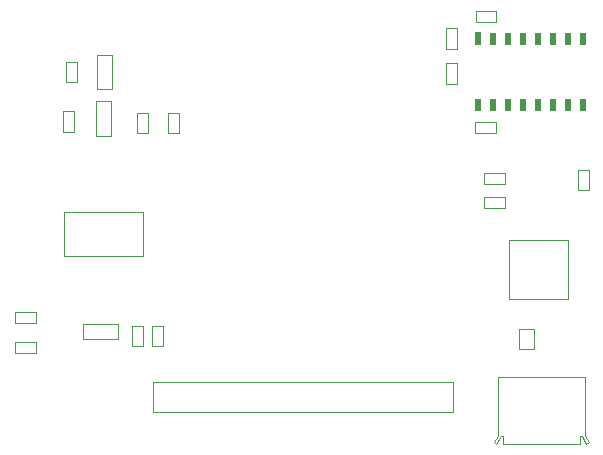
<source format=gbr>
%TF.GenerationSoftware,Altium Limited,Altium Designer,21.4.1 (30)*%
G04 Layer_Color=16711935*
%FSLAX25Y25*%
%MOIN*%
%TF.SameCoordinates,82249629-20A9-4E05-8B69-989CC10A5609*%
%TF.FilePolarity,Positive*%
%TF.FileFunction,Other,Mechanical_13*%
%TF.Part,Single*%
G01*
G75*
%TA.AperFunction,NonConductor*%
%ADD65C,0.00394*%
G36*
X163500Y106886D02*
X161500D01*
Y110936D01*
X163500D01*
Y106886D01*
D02*
G37*
G36*
X168500D02*
X166500D01*
Y110936D01*
X168500D01*
Y106886D01*
D02*
G37*
G36*
X173500D02*
X171500D01*
Y110936D01*
X173500D01*
Y106886D01*
D02*
G37*
G36*
X178500D02*
X176500D01*
Y110936D01*
X178500D01*
Y106886D01*
D02*
G37*
G36*
X163500Y128886D02*
X161500D01*
Y133136D01*
X163500D01*
Y128886D01*
D02*
G37*
G36*
X168500D02*
X166500D01*
Y132886D01*
X168500D01*
Y128886D01*
D02*
G37*
G36*
X173500D02*
X171500D01*
Y132886D01*
X173500D01*
Y128886D01*
D02*
G37*
G36*
X178500D02*
X176500D01*
Y132886D01*
X178500D01*
Y128886D01*
D02*
G37*
G36*
X183500Y106886D02*
X181500D01*
Y110936D01*
X183500D01*
Y106886D01*
D02*
G37*
G36*
X188500D02*
X186500D01*
Y110936D01*
X188500D01*
Y106886D01*
D02*
G37*
G36*
X193500D02*
X191500D01*
Y110936D01*
X193500D01*
Y106886D01*
D02*
G37*
G36*
X198500D02*
X196500D01*
Y110936D01*
X198500D01*
Y106886D01*
D02*
G37*
G36*
X183500Y128886D02*
X181500D01*
Y132886D01*
X183500D01*
Y128886D01*
D02*
G37*
G36*
X188500D02*
X186500D01*
Y132886D01*
X188500D01*
Y128886D01*
D02*
G37*
G36*
X193500D02*
X191500D01*
Y132886D01*
X193500D01*
Y128886D01*
D02*
G37*
G36*
X198500D02*
X196500D01*
Y132886D01*
X198500D01*
Y128886D01*
D02*
G37*
D65*
X8055Y36130D02*
X14945D01*
X8055Y39870D02*
X14945D01*
Y36130D02*
Y39870D01*
X8055Y36130D02*
Y39870D01*
Y29870D02*
X14945D01*
X8055Y26130D02*
X14945D01*
X8055D02*
Y29870D01*
X14945Y26130D02*
Y29870D01*
X50689Y58602D02*
Y73169D01*
X24311Y58602D02*
Y73169D01*
X50689D01*
X24311Y58602D02*
X50689D01*
X151728Y127654D02*
Y134346D01*
X155272Y127654D02*
Y134346D01*
X151728Y127654D02*
X155272D01*
X151728Y134346D02*
X155272D01*
X168933Y18079D02*
X198067D01*
X168933Y-1646D02*
Y18079D01*
X198067Y-1646D02*
Y18079D01*
X198559Y-4008D02*
X199248Y-3516D01*
X197083Y-1646D02*
X198559Y-4008D01*
X198067Y-1646D02*
X199248Y-3516D01*
X167752D02*
X168933Y-1646D01*
X168441Y-4008D02*
X169917Y-1646D01*
X167752Y-3516D02*
X168441Y-4008D01*
X170744D02*
X196256D01*
Y-1646D01*
X197083D01*
X170744Y-4008D02*
Y-1646D01*
X169917D02*
X170744D01*
X54000Y6386D02*
X154000D01*
X54000Y16386D02*
X154000D01*
Y6386D02*
Y16386D01*
X54000Y6386D02*
Y16386D01*
X172657Y44043D02*
Y63728D01*
X192343D01*
X172657Y44043D02*
X192343D01*
Y63728D01*
X164496Y74516D02*
X171386D01*
X164496Y78256D02*
X171386D01*
Y74516D02*
Y78256D01*
X164496Y74516D02*
Y78256D01*
X164555Y86256D02*
X171445D01*
X164555Y82516D02*
X171445D01*
X164555D02*
Y86256D01*
X171445Y82516D02*
Y86256D01*
X176039Y34232D02*
X180961D01*
Y27539D02*
Y34232D01*
X176039Y27539D02*
X180961D01*
X176039D02*
Y34232D01*
X47130Y28441D02*
X50870D01*
X47130Y35331D02*
X50870D01*
X47130Y28441D02*
Y35331D01*
X50870Y28441D02*
Y35331D01*
X53630D02*
X57370D01*
X53630Y28441D02*
X57370D01*
Y35331D01*
X53630Y28441D02*
Y35331D01*
X24130Y99941D02*
X27870D01*
X24130Y106831D02*
X27870D01*
X24130Y99941D02*
Y106831D01*
X27870Y99941D02*
Y106831D01*
X151630Y115941D02*
Y122831D01*
X155370Y115941D02*
Y122831D01*
X151630Y115941D02*
X155370D01*
X151630Y122831D02*
X155370D01*
X168445Y99516D02*
Y103256D01*
X161555Y99516D02*
Y103256D01*
Y99516D02*
X168445D01*
X161555Y103256D02*
X168445D01*
X25130Y123331D02*
X28870D01*
X25130Y116441D02*
X28870D01*
Y123331D01*
X25130Y116441D02*
Y123331D01*
X30752Y30827D02*
X42248D01*
X30752Y35945D02*
X42248D01*
X30752Y30827D02*
Y35945D01*
X42248Y30827D02*
Y35945D01*
X34941Y98638D02*
Y110134D01*
X40059Y98638D02*
Y110134D01*
X34941D02*
X40059D01*
X34941Y98638D02*
X40059D01*
X35441Y114138D02*
Y125634D01*
X40559Y114138D02*
Y125634D01*
X35441D02*
X40559D01*
X35441Y114138D02*
X40559D01*
X199272Y80539D02*
Y87232D01*
X195728Y80539D02*
Y87232D01*
X199272D01*
X195728Y80539D02*
X199272D01*
X168346Y136614D02*
Y140157D01*
X161654Y136614D02*
Y140157D01*
Y136614D02*
X168346D01*
X161654Y140157D02*
X168346D01*
X59228Y99539D02*
Y106232D01*
X62772Y99539D02*
Y106232D01*
X59228Y99539D02*
X62772D01*
X59228Y106232D02*
X62772D01*
X48728Y99539D02*
Y106232D01*
X52272Y99539D02*
Y106232D01*
X48728Y99539D02*
X52272D01*
X48728Y106232D02*
X52272D01*
%TF.MD5,591549949f65adc2291559663b6a6721*%
M02*

</source>
